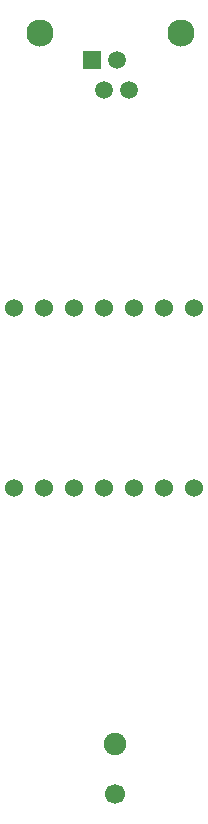
<source format=gbr>
%TF.GenerationSoftware,KiCad,Pcbnew,9.0.2*%
%TF.CreationDate,2025-07-31T19:10:48+02:00*%
%TF.ProjectId,ff-led-panel,66662d6c-6564-42d7-9061-6e656c2e6b69,rev?*%
%TF.SameCoordinates,Original*%
%TF.FileFunction,Soldermask,Bot*%
%TF.FilePolarity,Negative*%
%FSLAX46Y46*%
G04 Gerber Fmt 4.6, Leading zero omitted, Abs format (unit mm)*
G04 Created by KiCad (PCBNEW 9.0.2) date 2025-07-31 19:10:48*
%MOMM*%
%LPD*%
G01*
G04 APERTURE LIST*
%ADD10C,2.300000*%
%ADD11R,1.500000X1.500000*%
%ADD12C,1.500000*%
%ADD13C,1.524000*%
%ADD14C,1.900000*%
%ADD15C,1.700000*%
G04 APERTURE END LIST*
D10*
%TO.C,RS232*%
X141172500Y-74532500D03*
X129172500Y-74532500D03*
D11*
X133642500Y-76832500D03*
D12*
X134662500Y-79372500D03*
X135682500Y-76832500D03*
X136702500Y-79372500D03*
%TD*%
D13*
%TO.C,U1*%
X142240000Y-97835000D03*
X139700000Y-97835000D03*
X137160000Y-97835000D03*
X134620000Y-97835000D03*
X132080000Y-97835000D03*
X129540000Y-97835000D03*
X127000000Y-97835000D03*
X127000000Y-113075000D03*
X129540000Y-113075000D03*
X132080000Y-113075000D03*
X134620000Y-113075000D03*
X137160000Y-113075000D03*
X139700000Y-113075000D03*
X142240000Y-113075000D03*
%TD*%
D14*
%TO.C,12V*%
X135550000Y-134700000D03*
D15*
X135550000Y-139000000D03*
%TD*%
M02*

</source>
